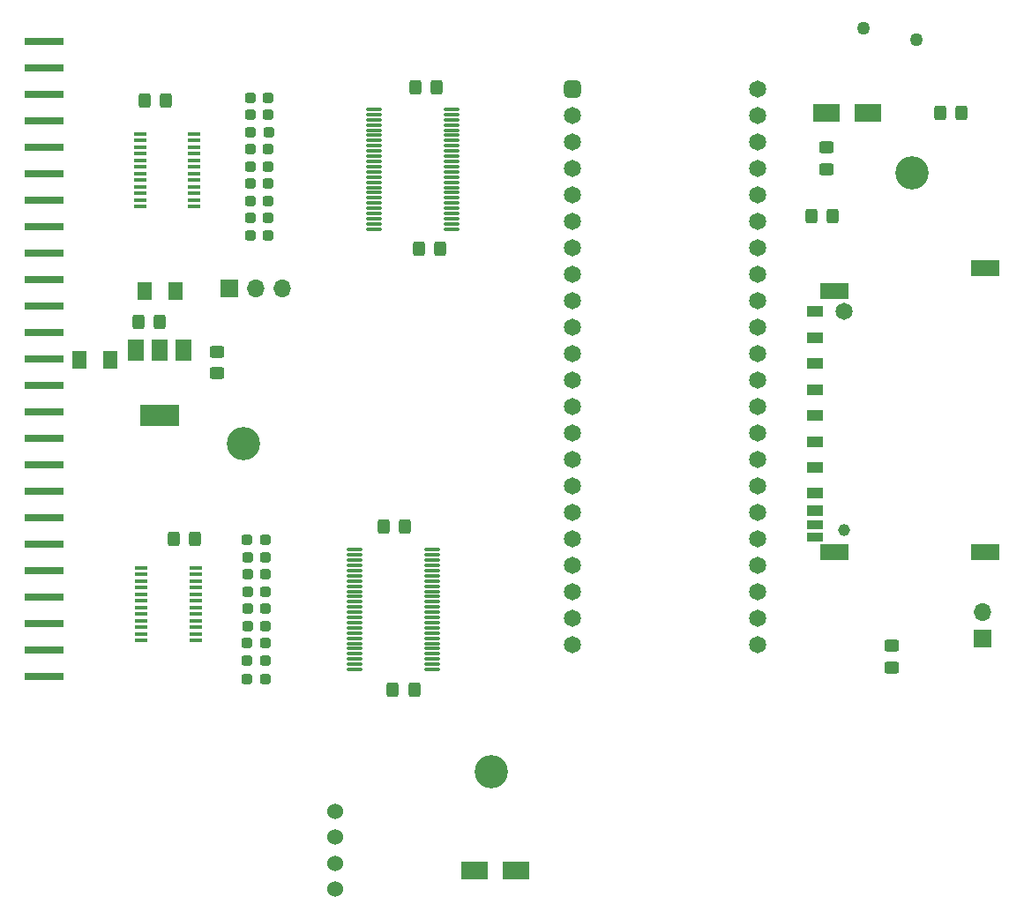
<source format=gbr>
%TF.GenerationSoftware,KiCad,Pcbnew,(6.0.2)*%
%TF.CreationDate,2022-04-15T06:19:47-06:00*%
%TF.ProjectId,XCVR_F4Lite_SMD_V1,58435652-5f46-4344-9c69-74655f534d44,rev?*%
%TF.SameCoordinates,Original*%
%TF.FileFunction,Soldermask,Top*%
%TF.FilePolarity,Negative*%
%FSLAX46Y46*%
G04 Gerber Fmt 4.6, Leading zero omitted, Abs format (unit mm)*
G04 Created by KiCad (PCBNEW (6.0.2)) date 2022-04-15 06:19:47*
%MOMM*%
%LPD*%
G01*
G04 APERTURE LIST*
G04 Aperture macros list*
%AMRoundRect*
0 Rectangle with rounded corners*
0 $1 Rounding radius*
0 $2 $3 $4 $5 $6 $7 $8 $9 X,Y pos of 4 corners*
0 Add a 4 corners polygon primitive as box body*
4,1,4,$2,$3,$4,$5,$6,$7,$8,$9,$2,$3,0*
0 Add four circle primitives for the rounded corners*
1,1,$1+$1,$2,$3*
1,1,$1+$1,$4,$5*
1,1,$1+$1,$6,$7*
1,1,$1+$1,$8,$9*
0 Add four rect primitives between the rounded corners*
20,1,$1+$1,$2,$3,$4,$5,0*
20,1,$1+$1,$4,$5,$6,$7,0*
20,1,$1+$1,$6,$7,$8,$9,0*
20,1,$1+$1,$8,$9,$2,$3,0*%
G04 Aperture macros list end*
%ADD10R,3.800000X0.750000*%
%ADD11RoundRect,0.237500X-0.287500X-0.237500X0.287500X-0.237500X0.287500X0.237500X-0.287500X0.237500X0*%
%ADD12C,1.524000*%
%ADD13C,3.200000*%
%ADD14RoundRect,0.250001X-0.462499X-0.624999X0.462499X-0.624999X0.462499X0.624999X-0.462499X0.624999X0*%
%ADD15RoundRect,0.250001X0.462499X0.624999X-0.462499X0.624999X-0.462499X-0.624999X0.462499X-0.624999X0*%
%ADD16RoundRect,0.237500X0.287500X0.237500X-0.287500X0.237500X-0.287500X-0.237500X0.287500X-0.237500X0*%
%ADD17R,1.500000X2.000000*%
%ADD18R,3.800000X2.000000*%
%ADD19R,1.200000X0.400000*%
%ADD20C,1.270000*%
%ADD21RoundRect,0.250000X-0.450000X0.325000X-0.450000X-0.325000X0.450000X-0.325000X0.450000X0.325000X0*%
%ADD22RoundRect,0.075000X-0.662500X-0.075000X0.662500X-0.075000X0.662500X0.075000X-0.662500X0.075000X0*%
%ADD23RoundRect,0.250000X-0.325000X-0.450000X0.325000X-0.450000X0.325000X0.450000X-0.325000X0.450000X0*%
%ADD24RoundRect,0.250000X0.325000X0.450000X-0.325000X0.450000X-0.325000X-0.450000X0.325000X-0.450000X0*%
%ADD25R,1.700000X1.700000*%
%ADD26O,1.700000X1.700000*%
%ADD27RoundRect,0.250000X0.450000X-0.325000X0.450000X0.325000X-0.450000X0.325000X-0.450000X-0.325000X0*%
%ADD28C,1.150000*%
%ADD29C,1.650000*%
%ADD30R,1.500000X0.960000*%
%ADD31R,1.500000X1.100000*%
%ADD32R,2.800000X1.500000*%
%ADD33R,2.500000X1.800000*%
%ADD34RoundRect,0.412500X-0.412500X-0.412500X0.412500X-0.412500X0.412500X0.412500X-0.412500X0.412500X0*%
G04 APERTURE END LIST*
D10*
%TO.C,J3*%
X107017820Y-129484120D03*
X107017820Y-126944120D03*
X107017820Y-124404120D03*
X107017820Y-121864120D03*
X107017820Y-119324120D03*
X107017820Y-116784120D03*
X107017820Y-114244120D03*
X107017820Y-111704120D03*
X107017820Y-109164120D03*
X107017820Y-106624120D03*
X107017820Y-104084120D03*
X107017820Y-101544120D03*
X107017820Y-99004120D03*
X107017820Y-96464120D03*
X107017820Y-93924120D03*
X107017820Y-91384120D03*
X107017820Y-88844120D03*
X107017820Y-86304120D03*
X107017820Y-83764120D03*
X107017820Y-81224120D03*
X107017820Y-78684120D03*
X107017820Y-76144120D03*
X107017820Y-73604120D03*
X107017820Y-71064120D03*
X107017820Y-68524120D03*
%TD*%
D11*
%TO.C,R6*%
X126537780Y-119689880D03*
X128287780Y-119689880D03*
%TD*%
%TO.C,R4*%
X126537780Y-118038880D03*
X128287780Y-118038880D03*
%TD*%
%TO.C,R5*%
X126523780Y-126293880D03*
X128273780Y-126293880D03*
%TD*%
%TO.C,R10*%
X126523780Y-128008380D03*
X128273780Y-128008380D03*
%TD*%
%TO.C,R7*%
X126537780Y-124642880D03*
X128287780Y-124642880D03*
%TD*%
%TO.C,R8*%
X126537780Y-121340880D03*
X128287780Y-121340880D03*
%TD*%
%TO.C,R1*%
X126523780Y-116387880D03*
X128273780Y-116387880D03*
%TD*%
%TO.C,R11*%
X126523780Y-129786380D03*
X128273780Y-129786380D03*
%TD*%
%TO.C,R9*%
X126537780Y-122991880D03*
X128287780Y-122991880D03*
%TD*%
D12*
%TO.C,J4*%
X134917180Y-149919060D03*
X134917180Y-147419060D03*
X134917180Y-144919060D03*
X134917180Y-142419060D03*
%TD*%
D13*
%TO.C,REF\u002A\u002A*%
X149900640Y-138628120D03*
%TD*%
%TO.C,REF\u002A\u002A*%
X126138940Y-107116880D03*
%TD*%
%TO.C,REF\u002A\u002A*%
X190314580Y-81127600D03*
%TD*%
D14*
%TO.C,C1*%
X116664080Y-92506800D03*
X119639080Y-92506800D03*
%TD*%
D15*
%TO.C,C2*%
X113386260Y-99082860D03*
X110411260Y-99082860D03*
%TD*%
D11*
%TO.C,R3*%
X126804420Y-73916540D03*
X128554420Y-73916540D03*
%TD*%
%TO.C,R2*%
X126804420Y-75567540D03*
X128554420Y-75567540D03*
%TD*%
D16*
%TO.C,R18*%
X128554420Y-83822540D03*
X126804420Y-83822540D03*
%TD*%
%TO.C,R17*%
X128554420Y-85473540D03*
X126804420Y-85473540D03*
%TD*%
%TO.C,R16*%
X128554420Y-87124540D03*
X126804420Y-87124540D03*
%TD*%
%TO.C,R15*%
X128554420Y-82171540D03*
X126804420Y-82171540D03*
%TD*%
%TO.C,R14*%
X128554420Y-80520540D03*
X126804420Y-80520540D03*
%TD*%
%TO.C,R13*%
X128554420Y-78869540D03*
X126804420Y-78869540D03*
%TD*%
%TO.C,R12*%
X128568420Y-77218540D03*
X126818420Y-77218540D03*
%TD*%
D17*
%TO.C,U3*%
X120393220Y-98146920D03*
D18*
X118093220Y-104446920D03*
D17*
X118093220Y-98146920D03*
X115793220Y-98146920D03*
%TD*%
D19*
%TO.C,U2*%
X116203420Y-77409040D03*
X116203420Y-78044040D03*
X116203420Y-78679040D03*
X116203420Y-79314040D03*
X116203420Y-79949040D03*
X116203420Y-80584040D03*
X116203420Y-81219040D03*
X116203420Y-81854040D03*
X116203420Y-82489040D03*
X116203420Y-83124040D03*
X116203420Y-83759040D03*
X116203420Y-84394040D03*
X121403420Y-84394040D03*
X121403420Y-83759040D03*
X121403420Y-83124040D03*
X121403420Y-82489040D03*
X121403420Y-81854040D03*
X121403420Y-81219040D03*
X121403420Y-80584040D03*
X121403420Y-79949040D03*
X121403420Y-79314040D03*
X121403420Y-78679040D03*
X121403420Y-78044040D03*
X121403420Y-77409040D03*
%TD*%
%TO.C,U1*%
X116353280Y-119054880D03*
X116353280Y-119689880D03*
X116353280Y-120324880D03*
X116353280Y-120959880D03*
X116353280Y-121594880D03*
X116353280Y-122229880D03*
X116353280Y-122864880D03*
X116353280Y-123499880D03*
X116353280Y-124134880D03*
X116353280Y-124769880D03*
X116353280Y-125404880D03*
X116353280Y-126039880D03*
X121553280Y-126039880D03*
X121553280Y-125404880D03*
X121553280Y-124769880D03*
X121553280Y-124134880D03*
X121553280Y-123499880D03*
X121553280Y-122864880D03*
X121553280Y-122229880D03*
X121553280Y-121594880D03*
X121553280Y-120959880D03*
X121553280Y-120324880D03*
X121553280Y-119689880D03*
X121553280Y-119054880D03*
%TD*%
D20*
%TO.C,F1*%
X190705740Y-68392040D03*
X185625740Y-67249040D03*
%TD*%
D21*
%TO.C,C3*%
X182069740Y-78733540D03*
X182069740Y-80783540D03*
%TD*%
D22*
%TO.C,U4*%
X136832340Y-117330720D03*
X136832340Y-117830720D03*
X136832340Y-118330720D03*
X136832340Y-118830720D03*
X136832340Y-119330720D03*
X136832340Y-119830720D03*
X136832340Y-120330720D03*
X136832340Y-120830720D03*
X136832340Y-121330720D03*
X136832340Y-121830720D03*
X136832340Y-122330720D03*
X136832340Y-122830720D03*
X136832340Y-123330720D03*
X136832340Y-123830720D03*
X136832340Y-124330720D03*
X136832340Y-124830720D03*
X136832340Y-125330720D03*
X136832340Y-125830720D03*
X136832340Y-126330720D03*
X136832340Y-126830720D03*
X136832340Y-127330720D03*
X136832340Y-127830720D03*
X136832340Y-128330720D03*
X136832340Y-128830720D03*
X144257340Y-128830720D03*
X144257340Y-128330720D03*
X144257340Y-127830720D03*
X144257340Y-127330720D03*
X144257340Y-126830720D03*
X144257340Y-126330720D03*
X144257340Y-125830720D03*
X144257340Y-125330720D03*
X144257340Y-124830720D03*
X144257340Y-124330720D03*
X144257340Y-123830720D03*
X144257340Y-123330720D03*
X144257340Y-122830720D03*
X144257340Y-122330720D03*
X144257340Y-121830720D03*
X144257340Y-121330720D03*
X144257340Y-120830720D03*
X144257340Y-120330720D03*
X144257340Y-119830720D03*
X144257340Y-119330720D03*
X144257340Y-118830720D03*
X144257340Y-118330720D03*
X144257340Y-117830720D03*
X144257340Y-117330720D03*
%TD*%
%TO.C,U5*%
X138674820Y-75052480D03*
X138674820Y-75552480D03*
X138674820Y-76052480D03*
X138674820Y-76552480D03*
X138674820Y-77052480D03*
X138674820Y-77552480D03*
X138674820Y-78052480D03*
X138674820Y-78552480D03*
X138674820Y-79052480D03*
X138674820Y-79552480D03*
X138674820Y-80052480D03*
X138674820Y-80552480D03*
X138674820Y-81052480D03*
X138674820Y-81552480D03*
X138674820Y-82052480D03*
X138674820Y-82552480D03*
X138674820Y-83052480D03*
X138674820Y-83552480D03*
X138674820Y-84052480D03*
X138674820Y-84552480D03*
X138674820Y-85052480D03*
X138674820Y-85552480D03*
X138674820Y-86052480D03*
X138674820Y-86552480D03*
X146099820Y-86552480D03*
X146099820Y-86052480D03*
X146099820Y-85552480D03*
X146099820Y-85052480D03*
X146099820Y-84552480D03*
X146099820Y-84052480D03*
X146099820Y-83552480D03*
X146099820Y-83052480D03*
X146099820Y-82552480D03*
X146099820Y-82052480D03*
X146099820Y-81552480D03*
X146099820Y-81052480D03*
X146099820Y-80552480D03*
X146099820Y-80052480D03*
X146099820Y-79552480D03*
X146099820Y-79052480D03*
X146099820Y-78552480D03*
X146099820Y-78052480D03*
X146099820Y-77552480D03*
X146099820Y-77052480D03*
X146099820Y-76552480D03*
X146099820Y-76052480D03*
X146099820Y-75552480D03*
X146099820Y-75052480D03*
%TD*%
D23*
%TO.C,C4*%
X139600720Y-115072160D03*
X141650720Y-115072160D03*
%TD*%
%TO.C,C5*%
X142671580Y-72953880D03*
X144721580Y-72953880D03*
%TD*%
D24*
%TO.C,R19*%
X121478040Y-116304060D03*
X119428040Y-116304060D03*
%TD*%
D25*
%TO.C,J1*%
X197063360Y-125839219D03*
D26*
X197063360Y-123299219D03*
%TD*%
D27*
%TO.C,R21*%
X188363860Y-128613119D03*
X188363860Y-126563119D03*
%TD*%
D24*
%TO.C,C6*%
X118685420Y-74206100D03*
X116635420Y-74206100D03*
%TD*%
D23*
%TO.C,C7*%
X116060001Y-95455740D03*
X118110001Y-95455740D03*
%TD*%
D27*
%TO.C,C8*%
X123596400Y-100353080D03*
X123596400Y-98303080D03*
%TD*%
D23*
%TO.C,C9*%
X193000520Y-75399900D03*
X195050520Y-75399900D03*
%TD*%
%TO.C,C10*%
X140494800Y-130810000D03*
X142544800Y-130810000D03*
%TD*%
%TO.C,C11*%
X180644580Y-85336380D03*
X182694580Y-85336380D03*
%TD*%
D28*
%TO.C,SD1*%
X183833420Y-115422740D03*
D29*
X183833420Y-94422740D03*
D30*
X181033420Y-116102740D03*
X181033420Y-114902740D03*
D31*
X181033420Y-113602740D03*
X181033420Y-111902740D03*
X181033420Y-109472740D03*
X181033420Y-106972740D03*
X181033420Y-104472740D03*
X181033420Y-101972740D03*
X181033420Y-99472740D03*
X181033420Y-96972740D03*
X181033420Y-94472740D03*
D32*
X182833420Y-117562740D03*
X182833420Y-92462740D03*
X197333420Y-117562740D03*
X197333420Y-90262740D03*
%TD*%
D33*
%TO.C,D1*%
X182105800Y-75410060D03*
X186105800Y-75410060D03*
%TD*%
%TO.C,D2*%
X152301960Y-148130260D03*
X148301960Y-148130260D03*
%TD*%
D25*
%TO.C,J2*%
X124780040Y-92280740D03*
D26*
X127320040Y-92280740D03*
X129860040Y-92280740D03*
%TD*%
D23*
%TO.C,C12*%
X143017020Y-88447880D03*
X145067020Y-88447880D03*
%TD*%
D34*
%TO.C,U6*%
X157746700Y-73103740D03*
D29*
X157746700Y-75643740D03*
X157746700Y-78183740D03*
X157746700Y-80723740D03*
X157746700Y-83263740D03*
X157746700Y-85803740D03*
X157746700Y-88343740D03*
X157746700Y-90883740D03*
X157746700Y-93423740D03*
X157746700Y-95963740D03*
X157746700Y-98503740D03*
X157746700Y-101043740D03*
X157746700Y-103583740D03*
X157746700Y-106123740D03*
X157746700Y-108663740D03*
X157746700Y-111203740D03*
X157746700Y-113743740D03*
X157746700Y-116283740D03*
X157746700Y-118823740D03*
X157746700Y-121363740D03*
X157746700Y-123903740D03*
X157746700Y-126443740D03*
X175526700Y-126443740D03*
X175526700Y-123903740D03*
X175526700Y-121363740D03*
X175526700Y-118823740D03*
X175526700Y-116283740D03*
X175526700Y-113743740D03*
X175526700Y-111203740D03*
X175526700Y-108663740D03*
X175526700Y-106123740D03*
X175526700Y-103583740D03*
X175526700Y-101043740D03*
X175526700Y-98503740D03*
X175526700Y-95963740D03*
X175526700Y-93423740D03*
X175526700Y-90883740D03*
X175526700Y-88343740D03*
X175526700Y-85803740D03*
X175526700Y-83263740D03*
X175526700Y-80723740D03*
X175526700Y-78183740D03*
X175526700Y-75643740D03*
X175526700Y-73103740D03*
%TD*%
M02*

</source>
